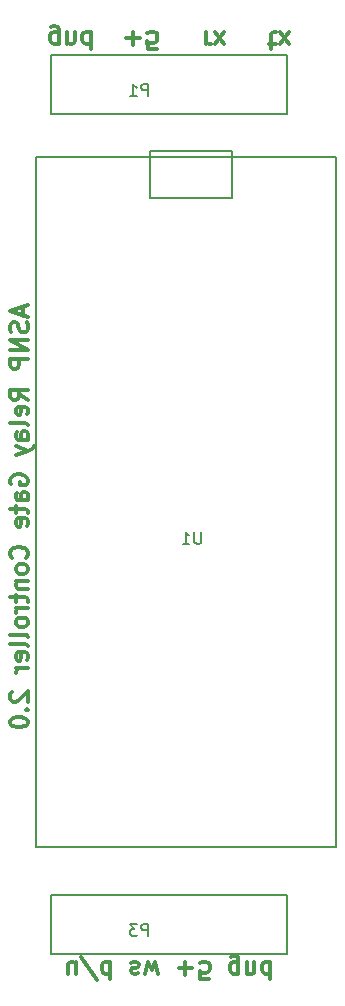
<source format=gbr>
%TF.GenerationSoftware,KiCad,Pcbnew,(5.1.6)-1*%
%TF.CreationDate,2020-06-28T19:48:16+04:00*%
%TF.ProjectId,SmartHouseRelayGateController,536d6172-7448-46f7-9573-6552656c6179,rev?*%
%TF.SameCoordinates,Original*%
%TF.FileFunction,Legend,Bot*%
%TF.FilePolarity,Positive*%
%FSLAX46Y46*%
G04 Gerber Fmt 4.6, Leading zero omitted, Abs format (unit mm)*
G04 Created by KiCad (PCBNEW (5.1.6)-1) date 2020-06-28 19:48:16*
%MOMM*%
%LPD*%
G01*
G04 APERTURE LIST*
%ADD10C,0.300000*%
%ADD11C,0.150000*%
G04 APERTURE END LIST*
D10*
X251750000Y-74714285D02*
X251750000Y-75428571D01*
X252178571Y-74571428D02*
X250678571Y-75071428D01*
X252178571Y-75571428D01*
X252107142Y-75999999D02*
X252178571Y-76214285D01*
X252178571Y-76571428D01*
X252107142Y-76714285D01*
X252035714Y-76785714D01*
X251892857Y-76857142D01*
X251750000Y-76857142D01*
X251607142Y-76785714D01*
X251535714Y-76714285D01*
X251464285Y-76571428D01*
X251392857Y-76285714D01*
X251321428Y-76142857D01*
X251250000Y-76071428D01*
X251107142Y-75999999D01*
X250964285Y-75999999D01*
X250821428Y-76071428D01*
X250750000Y-76142857D01*
X250678571Y-76285714D01*
X250678571Y-76642857D01*
X250750000Y-76857142D01*
X252178571Y-77499999D02*
X250678571Y-77499999D01*
X252178571Y-78357142D01*
X250678571Y-78357142D01*
X252178571Y-79071428D02*
X250678571Y-79071428D01*
X250678571Y-79642857D01*
X250750000Y-79785714D01*
X250821428Y-79857142D01*
X250964285Y-79928571D01*
X251178571Y-79928571D01*
X251321428Y-79857142D01*
X251392857Y-79785714D01*
X251464285Y-79642857D01*
X251464285Y-79071428D01*
X252178571Y-82571428D02*
X251464285Y-82071428D01*
X252178571Y-81714285D02*
X250678571Y-81714285D01*
X250678571Y-82285714D01*
X250750000Y-82428571D01*
X250821428Y-82499999D01*
X250964285Y-82571428D01*
X251178571Y-82571428D01*
X251321428Y-82499999D01*
X251392857Y-82428571D01*
X251464285Y-82285714D01*
X251464285Y-81714285D01*
X252107142Y-83785714D02*
X252178571Y-83642857D01*
X252178571Y-83357142D01*
X252107142Y-83214285D01*
X251964285Y-83142857D01*
X251392857Y-83142857D01*
X251250000Y-83214285D01*
X251178571Y-83357142D01*
X251178571Y-83642857D01*
X251250000Y-83785714D01*
X251392857Y-83857142D01*
X251535714Y-83857142D01*
X251678571Y-83142857D01*
X252178571Y-84714285D02*
X252107142Y-84571428D01*
X251964285Y-84499999D01*
X250678571Y-84499999D01*
X252178571Y-85928571D02*
X251392857Y-85928571D01*
X251250000Y-85857142D01*
X251178571Y-85714285D01*
X251178571Y-85428571D01*
X251250000Y-85285714D01*
X252107142Y-85928571D02*
X252178571Y-85785714D01*
X252178571Y-85428571D01*
X252107142Y-85285714D01*
X251964285Y-85214285D01*
X251821428Y-85214285D01*
X251678571Y-85285714D01*
X251607142Y-85428571D01*
X251607142Y-85785714D01*
X251535714Y-85928571D01*
X251178571Y-86499999D02*
X252178571Y-86857142D01*
X251178571Y-87214285D02*
X252178571Y-86857142D01*
X252535714Y-86714285D01*
X252607142Y-86642857D01*
X252678571Y-86499999D01*
X250750000Y-89714285D02*
X250678571Y-89571428D01*
X250678571Y-89357142D01*
X250750000Y-89142857D01*
X250892857Y-88999999D01*
X251035714Y-88928571D01*
X251321428Y-88857142D01*
X251535714Y-88857142D01*
X251821428Y-88928571D01*
X251964285Y-88999999D01*
X252107142Y-89142857D01*
X252178571Y-89357142D01*
X252178571Y-89499999D01*
X252107142Y-89714285D01*
X252035714Y-89785714D01*
X251535714Y-89785714D01*
X251535714Y-89499999D01*
X252178571Y-91071428D02*
X251392857Y-91071428D01*
X251250000Y-90999999D01*
X251178571Y-90857142D01*
X251178571Y-90571428D01*
X251250000Y-90428571D01*
X252107142Y-91071428D02*
X252178571Y-90928571D01*
X252178571Y-90571428D01*
X252107142Y-90428571D01*
X251964285Y-90357142D01*
X251821428Y-90357142D01*
X251678571Y-90428571D01*
X251607142Y-90571428D01*
X251607142Y-90928571D01*
X251535714Y-91071428D01*
X251178571Y-91571428D02*
X251178571Y-92142857D01*
X250678571Y-91785714D02*
X251964285Y-91785714D01*
X252107142Y-91857142D01*
X252178571Y-91999999D01*
X252178571Y-92142857D01*
X252107142Y-93214285D02*
X252178571Y-93071428D01*
X252178571Y-92785714D01*
X252107142Y-92642857D01*
X251964285Y-92571428D01*
X251392857Y-92571428D01*
X251250000Y-92642857D01*
X251178571Y-92785714D01*
X251178571Y-93071428D01*
X251250000Y-93214285D01*
X251392857Y-93285714D01*
X251535714Y-93285714D01*
X251678571Y-92571428D01*
X252035714Y-95928571D02*
X252107142Y-95857142D01*
X252178571Y-95642857D01*
X252178571Y-95499999D01*
X252107142Y-95285714D01*
X251964285Y-95142857D01*
X251821428Y-95071428D01*
X251535714Y-94999999D01*
X251321428Y-94999999D01*
X251035714Y-95071428D01*
X250892857Y-95142857D01*
X250750000Y-95285714D01*
X250678571Y-95499999D01*
X250678571Y-95642857D01*
X250750000Y-95857142D01*
X250821428Y-95928571D01*
X252178571Y-96785714D02*
X252107142Y-96642857D01*
X252035714Y-96571428D01*
X251892857Y-96499999D01*
X251464285Y-96499999D01*
X251321428Y-96571428D01*
X251250000Y-96642857D01*
X251178571Y-96785714D01*
X251178571Y-96999999D01*
X251250000Y-97142857D01*
X251321428Y-97214285D01*
X251464285Y-97285714D01*
X251892857Y-97285714D01*
X252035714Y-97214285D01*
X252107142Y-97142857D01*
X252178571Y-96999999D01*
X252178571Y-96785714D01*
X251178571Y-97928571D02*
X252178571Y-97928571D01*
X251321428Y-97928571D02*
X251250000Y-97999999D01*
X251178571Y-98142857D01*
X251178571Y-98357142D01*
X251250000Y-98499999D01*
X251392857Y-98571428D01*
X252178571Y-98571428D01*
X251178571Y-99071428D02*
X251178571Y-99642857D01*
X250678571Y-99285714D02*
X251964285Y-99285714D01*
X252107142Y-99357142D01*
X252178571Y-99499999D01*
X252178571Y-99642857D01*
X252178571Y-100142857D02*
X251178571Y-100142857D01*
X251464285Y-100142857D02*
X251321428Y-100214285D01*
X251250000Y-100285714D01*
X251178571Y-100428571D01*
X251178571Y-100571428D01*
X252178571Y-101285714D02*
X252107142Y-101142857D01*
X252035714Y-101071428D01*
X251892857Y-100999999D01*
X251464285Y-100999999D01*
X251321428Y-101071428D01*
X251250000Y-101142857D01*
X251178571Y-101285714D01*
X251178571Y-101499999D01*
X251250000Y-101642857D01*
X251321428Y-101714285D01*
X251464285Y-101785714D01*
X251892857Y-101785714D01*
X252035714Y-101714285D01*
X252107142Y-101642857D01*
X252178571Y-101499999D01*
X252178571Y-101285714D01*
X252178571Y-102642857D02*
X252107142Y-102499999D01*
X251964285Y-102428571D01*
X250678571Y-102428571D01*
X252178571Y-103428571D02*
X252107142Y-103285714D01*
X251964285Y-103214285D01*
X250678571Y-103214285D01*
X252107142Y-104571428D02*
X252178571Y-104428571D01*
X252178571Y-104142857D01*
X252107142Y-103999999D01*
X251964285Y-103928571D01*
X251392857Y-103928571D01*
X251250000Y-103999999D01*
X251178571Y-104142857D01*
X251178571Y-104428571D01*
X251250000Y-104571428D01*
X251392857Y-104642857D01*
X251535714Y-104642857D01*
X251678571Y-103928571D01*
X252178571Y-105285714D02*
X251178571Y-105285714D01*
X251464285Y-105285714D02*
X251321428Y-105357142D01*
X251250000Y-105428571D01*
X251178571Y-105571428D01*
X251178571Y-105714285D01*
X250821428Y-107285714D02*
X250750000Y-107357142D01*
X250678571Y-107499999D01*
X250678571Y-107857142D01*
X250750000Y-107999999D01*
X250821428Y-108071428D01*
X250964285Y-108142857D01*
X251107142Y-108142857D01*
X251321428Y-108071428D01*
X252178571Y-107214285D01*
X252178571Y-108142857D01*
X252035714Y-108785714D02*
X252107142Y-108857142D01*
X252178571Y-108785714D01*
X252107142Y-108714285D01*
X252035714Y-108785714D01*
X252178571Y-108785714D01*
X250678571Y-109785714D02*
X250678571Y-109928571D01*
X250750000Y-110071428D01*
X250821428Y-110142857D01*
X250964285Y-110214285D01*
X251250000Y-110285714D01*
X251607142Y-110285714D01*
X251892857Y-110214285D01*
X252035714Y-110142857D01*
X252107142Y-110071428D01*
X252178571Y-109928571D01*
X252178571Y-109785714D01*
X252107142Y-109642857D01*
X252035714Y-109571428D01*
X251892857Y-109499999D01*
X251607142Y-109428571D01*
X251250000Y-109428571D01*
X250964285Y-109499999D01*
X250821428Y-109571428D01*
X250750000Y-109642857D01*
X250678571Y-109785714D01*
X254802857Y-52391428D02*
X254802857Y-51177142D01*
X254731428Y-51034285D01*
X254660000Y-50962857D01*
X254517142Y-50891428D01*
X254302857Y-50891428D01*
X254160000Y-50962857D01*
X254802857Y-51462857D02*
X254660000Y-51391428D01*
X254374285Y-51391428D01*
X254231428Y-51462857D01*
X254160000Y-51534285D01*
X254088571Y-51677142D01*
X254088571Y-52105714D01*
X254160000Y-52248571D01*
X254231428Y-52320000D01*
X254374285Y-52391428D01*
X254660000Y-52391428D01*
X254802857Y-52320000D01*
X255517142Y-52391428D02*
X255517142Y-51391428D01*
X255517142Y-52248571D02*
X255588571Y-52320000D01*
X255731428Y-52391428D01*
X255945714Y-52391428D01*
X256088571Y-52320000D01*
X256160000Y-52177142D01*
X256160000Y-51391428D01*
X257517142Y-51391428D02*
X257517142Y-52891428D01*
X257517142Y-51462857D02*
X257374285Y-51391428D01*
X257088571Y-51391428D01*
X256945714Y-51462857D01*
X256874285Y-51534285D01*
X256802857Y-51677142D01*
X256802857Y-52105714D01*
X256874285Y-52248571D01*
X256945714Y-52320000D01*
X257088571Y-52391428D01*
X257374285Y-52391428D01*
X257517142Y-52320000D01*
X260517142Y-51962857D02*
X261660000Y-51962857D01*
X261088571Y-51391428D02*
X261088571Y-52534285D01*
X263088571Y-52891428D02*
X262374285Y-52891428D01*
X262302857Y-52177142D01*
X262374285Y-52248571D01*
X262517142Y-52320000D01*
X262874285Y-52320000D01*
X263017142Y-52248571D01*
X263088571Y-52177142D01*
X263160000Y-52034285D01*
X263160000Y-51677142D01*
X263088571Y-51534285D01*
X263017142Y-51462857D01*
X262874285Y-51391428D01*
X262517142Y-51391428D01*
X262374285Y-51462857D01*
X262302857Y-51534285D01*
X267231428Y-51391428D02*
X267231428Y-52391428D01*
X267231428Y-52105714D02*
X267302857Y-52248571D01*
X267374285Y-52320000D01*
X267517142Y-52391428D01*
X267660000Y-52391428D01*
X268017142Y-51391428D02*
X268802857Y-52391428D01*
X268017142Y-52391428D02*
X268802857Y-51391428D01*
X272588571Y-52391428D02*
X273160000Y-52391428D01*
X272802857Y-52891428D02*
X272802857Y-51605714D01*
X272874285Y-51462857D01*
X273017142Y-51391428D01*
X273160000Y-51391428D01*
X273517142Y-51391428D02*
X274302857Y-52391428D01*
X273517142Y-52391428D02*
X274302857Y-51391428D01*
X256231428Y-131131428D02*
X256231428Y-130131428D01*
X255588571Y-131131428D02*
X255588571Y-130345714D01*
X255660000Y-130202857D01*
X255802857Y-130131428D01*
X256017142Y-130131428D01*
X256160000Y-130202857D01*
X256231428Y-130274285D01*
X258017142Y-131702857D02*
X256731428Y-129774285D01*
X259160000Y-130131428D02*
X259160000Y-131631428D01*
X259160000Y-130202857D02*
X259017142Y-130131428D01*
X258731428Y-130131428D01*
X258588571Y-130202857D01*
X258517142Y-130274285D01*
X258445714Y-130417142D01*
X258445714Y-130845714D01*
X258517142Y-130988571D01*
X258588571Y-131060000D01*
X258731428Y-131131428D01*
X259017142Y-131131428D01*
X259160000Y-131060000D01*
X260945714Y-130202857D02*
X261088571Y-130131428D01*
X261374285Y-130131428D01*
X261517142Y-130202857D01*
X261588571Y-130345714D01*
X261588571Y-130417142D01*
X261517142Y-130560000D01*
X261374285Y-130631428D01*
X261160000Y-130631428D01*
X261017142Y-130702857D01*
X260945714Y-130845714D01*
X260945714Y-130917142D01*
X261017142Y-131060000D01*
X261160000Y-131131428D01*
X261374285Y-131131428D01*
X261517142Y-131060000D01*
X262088571Y-131131428D02*
X262374285Y-130131428D01*
X262660000Y-130845714D01*
X262945714Y-130131428D01*
X263231428Y-131131428D01*
X264945714Y-130702857D02*
X266088571Y-130702857D01*
X265517142Y-130131428D02*
X265517142Y-131274285D01*
X267517142Y-131631428D02*
X266802857Y-131631428D01*
X266731428Y-130917142D01*
X266802857Y-130988571D01*
X266945714Y-131060000D01*
X267302857Y-131060000D01*
X267445714Y-130988571D01*
X267517142Y-130917142D01*
X267588571Y-130774285D01*
X267588571Y-130417142D01*
X267517142Y-130274285D01*
X267445714Y-130202857D01*
X267302857Y-130131428D01*
X266945714Y-130131428D01*
X266802857Y-130202857D01*
X266731428Y-130274285D01*
X270017142Y-131131428D02*
X270017142Y-129917142D01*
X269945714Y-129774285D01*
X269874285Y-129702857D01*
X269731428Y-129631428D01*
X269517142Y-129631428D01*
X269374285Y-129702857D01*
X270017142Y-130202857D02*
X269874285Y-130131428D01*
X269588571Y-130131428D01*
X269445714Y-130202857D01*
X269374285Y-130274285D01*
X269302857Y-130417142D01*
X269302857Y-130845714D01*
X269374285Y-130988571D01*
X269445714Y-131060000D01*
X269588571Y-131131428D01*
X269874285Y-131131428D01*
X270017142Y-131060000D01*
X270731428Y-131131428D02*
X270731428Y-130131428D01*
X270731428Y-130988571D02*
X270802857Y-131060000D01*
X270945714Y-131131428D01*
X271160000Y-131131428D01*
X271302857Y-131060000D01*
X271374285Y-130917142D01*
X271374285Y-130131428D01*
X272731428Y-130131428D02*
X272731428Y-131631428D01*
X272731428Y-130202857D02*
X272588571Y-130131428D01*
X272302857Y-130131428D01*
X272160000Y-130202857D01*
X272088571Y-130274285D01*
X272017142Y-130417142D01*
X272017142Y-130845714D01*
X272088571Y-130988571D01*
X272160000Y-131060000D01*
X272302857Y-131131428D01*
X272588571Y-131131428D01*
X272731428Y-131060000D01*
D11*
%TO.C,U1*%
X278280000Y-120440000D02*
X278280000Y-62020000D01*
X252880000Y-120440000D02*
X278280000Y-120440000D01*
X252880000Y-62020000D02*
X252880000Y-120440000D01*
X278280000Y-62020000D02*
X252880000Y-62020000D01*
X269500000Y-61500000D02*
X262500000Y-61500000D01*
X269500000Y-65500000D02*
X269500000Y-61500000D01*
X262500000Y-65500000D02*
X269500000Y-65500000D01*
X262500000Y-61500000D02*
X262500000Y-65500000D01*
%TO.C,P1*%
X274120000Y-58380000D02*
X274120000Y-53380000D01*
X254120000Y-58380000D02*
X274120000Y-58380000D01*
X254120000Y-53380000D02*
X254120000Y-58380000D01*
X274120000Y-53380000D02*
X254120000Y-53380000D01*
%TO.C,P3*%
X274120000Y-129500000D02*
X274120000Y-124500000D01*
X254120000Y-129500000D02*
X274120000Y-129500000D01*
X254120000Y-124500000D02*
X254120000Y-129500000D01*
X274120000Y-124500000D02*
X254120000Y-124500000D01*
%TO.C,U1*%
X266861904Y-93752380D02*
X266861904Y-94561904D01*
X266814285Y-94657142D01*
X266766666Y-94704761D01*
X266671428Y-94752380D01*
X266480952Y-94752380D01*
X266385714Y-94704761D01*
X266338095Y-94657142D01*
X266290476Y-94561904D01*
X266290476Y-93752380D01*
X265290476Y-94752380D02*
X265861904Y-94752380D01*
X265576190Y-94752380D02*
X265576190Y-93752380D01*
X265671428Y-93895238D01*
X265766666Y-93990476D01*
X265861904Y-94038095D01*
%TO.C,P1*%
X262358095Y-56832380D02*
X262358095Y-55832380D01*
X261977142Y-55832380D01*
X261881904Y-55880000D01*
X261834285Y-55927619D01*
X261786666Y-56022857D01*
X261786666Y-56165714D01*
X261834285Y-56260952D01*
X261881904Y-56308571D01*
X261977142Y-56356190D01*
X262358095Y-56356190D01*
X260834285Y-56832380D02*
X261405714Y-56832380D01*
X261120000Y-56832380D02*
X261120000Y-55832380D01*
X261215238Y-55975238D01*
X261310476Y-56070476D01*
X261405714Y-56118095D01*
%TO.C,P3*%
X262358095Y-127952380D02*
X262358095Y-126952380D01*
X261977142Y-126952380D01*
X261881904Y-127000000D01*
X261834285Y-127047619D01*
X261786666Y-127142857D01*
X261786666Y-127285714D01*
X261834285Y-127380952D01*
X261881904Y-127428571D01*
X261977142Y-127476190D01*
X262358095Y-127476190D01*
X261453333Y-126952380D02*
X260834285Y-126952380D01*
X261167619Y-127333333D01*
X261024761Y-127333333D01*
X260929523Y-127380952D01*
X260881904Y-127428571D01*
X260834285Y-127523809D01*
X260834285Y-127761904D01*
X260881904Y-127857142D01*
X260929523Y-127904761D01*
X261024761Y-127952380D01*
X261310476Y-127952380D01*
X261405714Y-127904761D01*
X261453333Y-127857142D01*
%TD*%
M02*

</source>
